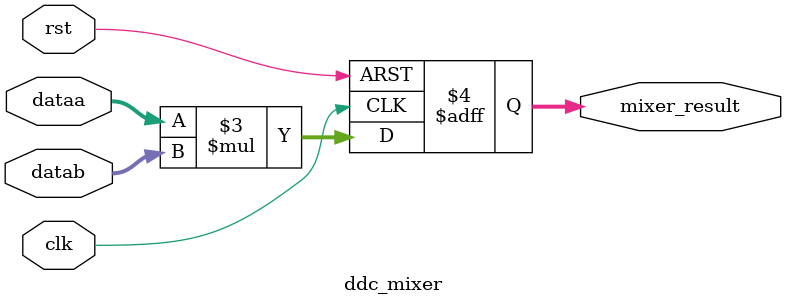
<source format=v>


`timescale 1ns/1ns

module ddc_mixer #(parameter 	ADBITWIDTH = 16 ,
								NCOBITWIDTH = 16 )
				(	input clk,
					input rst,
					input signed[ADBITWIDTH - 1:0] dataa,
					input signed[NCOBITWIDTH - 1:0] datab,
					output reg signed[NCOBITWIDTH + ADBITWIDTH - 1:0] mixer_result );

//----------------------------main programme begin here-----------------------------------

always @(posedge clk or negedge rst)
begin
	if (rst == 1'b0) 
		mixer_result <= {(NCOBITWIDTH + ADBITWIDTH){1'b0}} ;
	else
		mixer_result <= dataa * datab;
end 

endmodule

</source>
